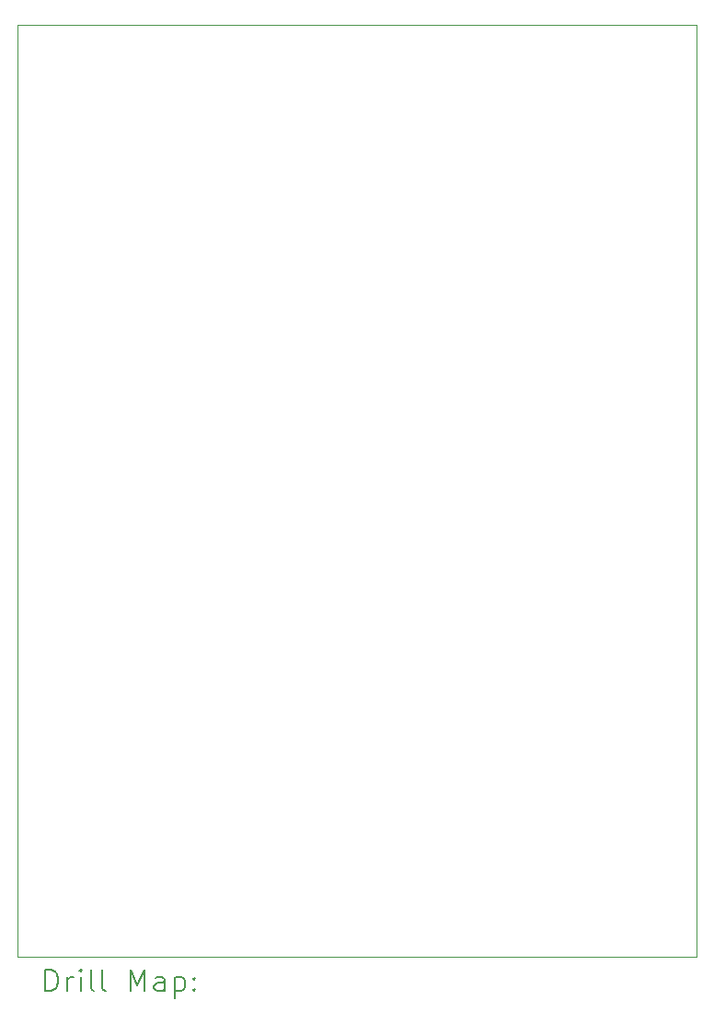
<source format=gbr>
%TF.GenerationSoftware,KiCad,Pcbnew,7.0.7*%
%TF.CreationDate,2023-11-27T02:20:34+00:00*%
%TF.ProjectId,Lynx-MK1-MEM,4c796e78-2d4d-44b3-912d-4d454d2e6b69,rev?*%
%TF.SameCoordinates,Original*%
%TF.FileFunction,Drillmap*%
%TF.FilePolarity,Positive*%
%FSLAX45Y45*%
G04 Gerber Fmt 4.5, Leading zero omitted, Abs format (unit mm)*
G04 Created by KiCad (PCBNEW 7.0.7) date 2023-11-27 02:20:34*
%MOMM*%
%LPD*%
G01*
G04 APERTURE LIST*
%ADD10C,0.100000*%
%ADD11C,0.200000*%
G04 APERTURE END LIST*
D10*
X7556500Y-5918200D02*
X13804900Y-5918200D01*
X13804900Y-14490700D01*
X7556500Y-14490700D01*
X7556500Y-5918200D01*
D11*
X7812277Y-14807184D02*
X7812277Y-14607184D01*
X7812277Y-14607184D02*
X7859896Y-14607184D01*
X7859896Y-14607184D02*
X7888467Y-14616708D01*
X7888467Y-14616708D02*
X7907515Y-14635755D01*
X7907515Y-14635755D02*
X7917039Y-14654803D01*
X7917039Y-14654803D02*
X7926562Y-14692898D01*
X7926562Y-14692898D02*
X7926562Y-14721469D01*
X7926562Y-14721469D02*
X7917039Y-14759565D01*
X7917039Y-14759565D02*
X7907515Y-14778612D01*
X7907515Y-14778612D02*
X7888467Y-14797660D01*
X7888467Y-14797660D02*
X7859896Y-14807184D01*
X7859896Y-14807184D02*
X7812277Y-14807184D01*
X8012277Y-14807184D02*
X8012277Y-14673850D01*
X8012277Y-14711946D02*
X8021801Y-14692898D01*
X8021801Y-14692898D02*
X8031324Y-14683374D01*
X8031324Y-14683374D02*
X8050372Y-14673850D01*
X8050372Y-14673850D02*
X8069420Y-14673850D01*
X8136086Y-14807184D02*
X8136086Y-14673850D01*
X8136086Y-14607184D02*
X8126562Y-14616708D01*
X8126562Y-14616708D02*
X8136086Y-14626231D01*
X8136086Y-14626231D02*
X8145610Y-14616708D01*
X8145610Y-14616708D02*
X8136086Y-14607184D01*
X8136086Y-14607184D02*
X8136086Y-14626231D01*
X8259896Y-14807184D02*
X8240848Y-14797660D01*
X8240848Y-14797660D02*
X8231324Y-14778612D01*
X8231324Y-14778612D02*
X8231324Y-14607184D01*
X8364658Y-14807184D02*
X8345610Y-14797660D01*
X8345610Y-14797660D02*
X8336086Y-14778612D01*
X8336086Y-14778612D02*
X8336086Y-14607184D01*
X8593229Y-14807184D02*
X8593229Y-14607184D01*
X8593229Y-14607184D02*
X8659896Y-14750041D01*
X8659896Y-14750041D02*
X8726563Y-14607184D01*
X8726563Y-14607184D02*
X8726563Y-14807184D01*
X8907515Y-14807184D02*
X8907515Y-14702422D01*
X8907515Y-14702422D02*
X8897991Y-14683374D01*
X8897991Y-14683374D02*
X8878944Y-14673850D01*
X8878944Y-14673850D02*
X8840848Y-14673850D01*
X8840848Y-14673850D02*
X8821801Y-14683374D01*
X8907515Y-14797660D02*
X8888467Y-14807184D01*
X8888467Y-14807184D02*
X8840848Y-14807184D01*
X8840848Y-14807184D02*
X8821801Y-14797660D01*
X8821801Y-14797660D02*
X8812277Y-14778612D01*
X8812277Y-14778612D02*
X8812277Y-14759565D01*
X8812277Y-14759565D02*
X8821801Y-14740517D01*
X8821801Y-14740517D02*
X8840848Y-14730993D01*
X8840848Y-14730993D02*
X8888467Y-14730993D01*
X8888467Y-14730993D02*
X8907515Y-14721469D01*
X9002753Y-14673850D02*
X9002753Y-14873850D01*
X9002753Y-14683374D02*
X9021801Y-14673850D01*
X9021801Y-14673850D02*
X9059896Y-14673850D01*
X9059896Y-14673850D02*
X9078944Y-14683374D01*
X9078944Y-14683374D02*
X9088467Y-14692898D01*
X9088467Y-14692898D02*
X9097991Y-14711946D01*
X9097991Y-14711946D02*
X9097991Y-14769088D01*
X9097991Y-14769088D02*
X9088467Y-14788136D01*
X9088467Y-14788136D02*
X9078944Y-14797660D01*
X9078944Y-14797660D02*
X9059896Y-14807184D01*
X9059896Y-14807184D02*
X9021801Y-14807184D01*
X9021801Y-14807184D02*
X9002753Y-14797660D01*
X9183705Y-14788136D02*
X9193229Y-14797660D01*
X9193229Y-14797660D02*
X9183705Y-14807184D01*
X9183705Y-14807184D02*
X9174182Y-14797660D01*
X9174182Y-14797660D02*
X9183705Y-14788136D01*
X9183705Y-14788136D02*
X9183705Y-14807184D01*
X9183705Y-14683374D02*
X9193229Y-14692898D01*
X9193229Y-14692898D02*
X9183705Y-14702422D01*
X9183705Y-14702422D02*
X9174182Y-14692898D01*
X9174182Y-14692898D02*
X9183705Y-14683374D01*
X9183705Y-14683374D02*
X9183705Y-14702422D01*
M02*

</source>
